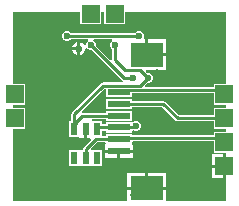
<source format=gbl>
G04*
G04 #@! TF.GenerationSoftware,Altium Limited,Altium Designer,22.9.1 (49)*
G04*
G04 Layer_Physical_Order=2*
G04 Layer_Color=16711680*
%FSLAX25Y25*%
%MOIN*%
G70*
G04*
G04 #@! TF.SameCoordinates,15CD16B4-1F33-4ED9-8E61-9E20C37C55A6*
G04*
G04*
G04 #@! TF.FilePolarity,Positive*
G04*
G01*
G75*
%ADD12C,0.01000*%
%ADD31R,0.06000X0.06000*%
%ADD32R,0.06000X0.06000*%
%ADD33C,0.15748*%
%ADD34C,0.02000*%
%ADD35C,0.02362*%
%ADD36R,0.02362X0.04331*%
%ADD37R,0.07480X0.02362*%
%ADD38R,0.11024X0.08268*%
G36*
X521000Y329106D02*
X516894D01*
Y328020D01*
X494115D01*
X493923Y328482D01*
X494761Y329319D01*
X495334D01*
X495952Y329575D01*
X496425Y330048D01*
X496681Y330666D01*
Y331334D01*
X496425Y331952D01*
X495952Y332425D01*
X495334Y332681D01*
X494761D01*
X494294Y333148D01*
X494485Y333610D01*
X501138D01*
Y338244D01*
X494626D01*
Y338744D01*
X494126D01*
Y343878D01*
X493896D01*
X493562Y344378D01*
X493681Y344666D01*
Y345334D01*
X493425Y345952D01*
X492952Y346425D01*
X492334Y346681D01*
X491666D01*
X491048Y346425D01*
X490642Y346020D01*
X469358D01*
X468952Y346425D01*
X468334Y346681D01*
X467666D01*
X467048Y346425D01*
X466575Y345952D01*
X466319Y345334D01*
Y344666D01*
X466575Y344048D01*
X467048Y343575D01*
X467666Y343319D01*
X468334D01*
X468952Y343575D01*
X469358Y343980D01*
X475082D01*
X475181Y343480D01*
X475048Y343425D01*
X474575Y342952D01*
X474319Y342334D01*
Y342273D01*
X474052Y342153D01*
X473819Y342120D01*
X473255Y342684D01*
X472520Y342988D01*
Y340835D01*
Y338681D01*
X473255Y338986D01*
X473869Y339599D01*
X474201Y340401D01*
Y340744D01*
X474701Y340922D01*
X475048Y340575D01*
X475666Y340319D01*
X476239D01*
X486279Y330279D01*
X486610Y330058D01*
X486684Y330043D01*
X486635Y329543D01*
X480082D01*
X479692Y329466D01*
X479361Y329245D01*
X469799Y319683D01*
X469578Y319352D01*
X469500Y318962D01*
Y316846D01*
X468839D01*
Y311516D01*
X472079D01*
Y311016D01*
X473760D01*
Y314181D01*
X474760D01*
Y311016D01*
X475867D01*
X476074Y310516D01*
X473697Y308139D01*
X473476Y307808D01*
X473399Y307418D01*
Y307004D01*
X472701D01*
X472579Y307004D01*
X472201D01*
X472079Y307004D01*
X468839D01*
Y301673D01*
X472079D01*
X472201Y301673D01*
X472579D01*
X472701Y301673D01*
X475819D01*
X475941Y301673D01*
X476319D01*
X476441Y301673D01*
X479681D01*
Y307004D01*
X476441D01*
X476153Y307004D01*
X475946Y307504D01*
X478017Y309575D01*
X480780D01*
X480963Y309392D01*
X480799Y308860D01*
X480665Y308839D01*
X480634D01*
Y307157D01*
X485374D01*
X490114D01*
Y308839D01*
X490083D01*
X489614Y308913D01*
X489614Y309627D01*
X489968Y309980D01*
X516894D01*
Y306106D01*
X521000D01*
Y305606D01*
X520894D01*
Y301606D01*
Y297606D01*
X521000D01*
Y290000D01*
X501138D01*
Y293756D01*
X494626D01*
X488114D01*
Y290000D01*
X450000D01*
Y314106D01*
X454106D01*
Y321106D01*
X450000D01*
Y322106D01*
X454106D01*
Y329106D01*
X450000D01*
Y353000D01*
X472500D01*
Y348894D01*
X479500D01*
Y353000D01*
X480500D01*
Y348894D01*
X487500D01*
Y353000D01*
X521000D01*
Y329106D01*
D02*
G37*
G36*
X483181Y343480D02*
X483048Y343425D01*
X482575Y342952D01*
X482319Y342334D01*
Y341666D01*
X482575Y341048D01*
X482980Y340642D01*
Y337169D01*
X482871Y337078D01*
X482508Y336934D01*
X477681Y341761D01*
Y342334D01*
X477425Y342952D01*
X476952Y343425D01*
X476819Y343480D01*
X476918Y343980D01*
X483082D01*
X483181Y343480D01*
D02*
G37*
G36*
X481134Y324661D02*
X489614D01*
Y325980D01*
X516894D01*
Y322106D01*
X521000D01*
Y321106D01*
X516894D01*
Y318626D01*
X505326D01*
X500825Y323127D01*
X500494Y323347D01*
X500104Y323425D01*
X489614D01*
Y324087D01*
X481134D01*
Y320724D01*
X489614D01*
Y321386D01*
X499682D01*
X504183Y316885D01*
X504513Y316664D01*
X504904Y316587D01*
X516894D01*
Y314106D01*
X521000D01*
Y313106D01*
X516894D01*
Y312020D01*
X489614D01*
Y312276D01*
X481134D01*
Y311614D01*
X479681D01*
Y313512D01*
X481134D01*
Y312850D01*
X489614D01*
Y313301D01*
X489832Y313439D01*
X490114Y313547D01*
X490666Y313319D01*
X491334D01*
X491952Y313575D01*
X492425Y314048D01*
X492681Y314666D01*
Y315334D01*
X492425Y315952D01*
X491952Y316425D01*
X491334Y316681D01*
X490666D01*
X490048Y316425D01*
X490036Y316414D01*
X489614Y316213D01*
Y316213D01*
X489614Y316213D01*
X481134D01*
Y315551D01*
X479681D01*
Y316846D01*
X478079D01*
X478000Y316862D01*
X477921Y316846D01*
X476441D01*
Y317347D01*
X476898Y317449D01*
X481134D01*
Y316787D01*
X489614D01*
Y320150D01*
X481134D01*
Y319488D01*
X473195D01*
X473101Y319603D01*
X472961Y319961D01*
X480504Y327504D01*
X481134D01*
Y324661D01*
D02*
G37*
%LPC*%
G36*
X471520Y342988D02*
X470784Y342684D01*
X470171Y342070D01*
X469866Y341335D01*
X471520D01*
Y342988D01*
D02*
G37*
G36*
X501138Y343878D02*
X495126D01*
Y339244D01*
X501138D01*
Y343878D01*
D02*
G37*
G36*
X471520Y340335D02*
X469866D01*
X470171Y339599D01*
X470784Y338986D01*
X471520Y338681D01*
Y340335D01*
D02*
G37*
G36*
X490114Y306157D02*
X485874D01*
Y304476D01*
X490114D01*
Y306157D01*
D02*
G37*
G36*
X484874D02*
X480634D01*
Y304476D01*
X484874D01*
Y306157D01*
D02*
G37*
G36*
X519894Y305606D02*
X516394D01*
Y302106D01*
X519894D01*
Y305606D01*
D02*
G37*
G36*
Y301106D02*
X516394D01*
Y297606D01*
X519894D01*
Y301106D01*
D02*
G37*
G36*
X501138Y299390D02*
X495126D01*
Y294756D01*
X501138D01*
Y299390D01*
D02*
G37*
G36*
X494126D02*
X488114D01*
Y294756D01*
X494126D01*
Y299390D01*
D02*
G37*
%LPD*%
D12*
X504904Y317606D02*
X520394D01*
X500104Y322406D02*
X504904Y317606D01*
X485374Y322406D02*
X500104D01*
X485779Y311000D02*
X520394D01*
X485374Y310595D02*
X485779Y311000D01*
X477595Y310595D02*
X485374D01*
Y326343D02*
X486031Y327000D01*
X520394D01*
X470520Y315843D02*
X471197D01*
X478000Y315213D02*
X478681Y314531D01*
X485374D02*
X485608Y314766D01*
X490766D01*
X491000Y315000D01*
X478681Y314531D02*
X485374D01*
X468000Y345000D02*
X492000D01*
X476000Y342000D02*
X487000Y331000D01*
X490000D01*
X484000Y337121D02*
Y342000D01*
X471201Y315846D02*
Y316524D01*
X471197Y315843D02*
X471201Y315846D01*
Y316524D02*
X473146Y318468D01*
X485374D01*
X492524Y328524D02*
X495000Y331000D01*
X492390Y333610D02*
X495000Y331000D01*
X487511Y333610D02*
X492390D01*
X484000Y337121D02*
X487511Y333610D01*
X470520Y315843D02*
Y318962D01*
X480082Y328524D01*
X492524D01*
X474260Y306000D02*
X474414D01*
X474418Y306004D02*
Y307418D01*
X474414Y306000D02*
X474418Y306004D01*
Y307418D02*
X477595Y310595D01*
X478000Y315213D02*
Y315843D01*
D31*
X450606Y325606D02*
D03*
Y317606D02*
D03*
X520394Y325606D02*
D03*
Y301606D02*
D03*
Y309606D02*
D03*
Y317606D02*
D03*
D32*
X484000Y352394D02*
D03*
X476000D02*
D03*
D33*
X458000Y345000D02*
D03*
Y298000D02*
D03*
D34*
X509072Y319744D02*
D03*
X506000Y315000D02*
D03*
X518000Y331000D02*
D03*
X506000Y333000D02*
D03*
X502000D02*
D03*
X498000D02*
D03*
X480000Y343000D02*
D03*
Y347000D02*
D03*
X494000Y315000D02*
D03*
X498000D02*
D03*
X502000D02*
D03*
X454000Y312000D02*
D03*
Y308000D02*
D03*
X466000Y292000D02*
D03*
X470000D02*
D03*
X474000D02*
D03*
X478000D02*
D03*
X482000D02*
D03*
X486000D02*
D03*
X490000D02*
D03*
X494000D02*
D03*
X498000D02*
D03*
X502000D02*
D03*
X506000D02*
D03*
X510000D02*
D03*
X514000D02*
D03*
X518000D02*
D03*
Y296000D02*
D03*
X454000Y331000D02*
D03*
Y335000D02*
D03*
X466000Y351000D02*
D03*
X470000D02*
D03*
X518000Y335000D02*
D03*
Y339000D02*
D03*
Y343000D02*
D03*
Y347000D02*
D03*
Y351000D02*
D03*
X514000D02*
D03*
X510000D02*
D03*
X506000D02*
D03*
X502000D02*
D03*
X498000D02*
D03*
X494000D02*
D03*
X490000D02*
D03*
D35*
X491000Y315000D02*
D03*
X476000Y342000D02*
D03*
X484000D02*
D03*
X472020Y340835D02*
D03*
X468000Y345000D02*
D03*
X492000D02*
D03*
X490000Y331000D02*
D03*
X495000D02*
D03*
D36*
X470520Y304339D02*
D03*
X474260D02*
D03*
X478000D02*
D03*
Y314181D02*
D03*
X474260D02*
D03*
X470520D02*
D03*
D37*
X485374Y314531D02*
D03*
Y322406D02*
D03*
Y306658D02*
D03*
Y326343D02*
D03*
Y310595D02*
D03*
Y318468D02*
D03*
D38*
X494626Y338744D02*
D03*
Y294256D02*
D03*
M02*

</source>
